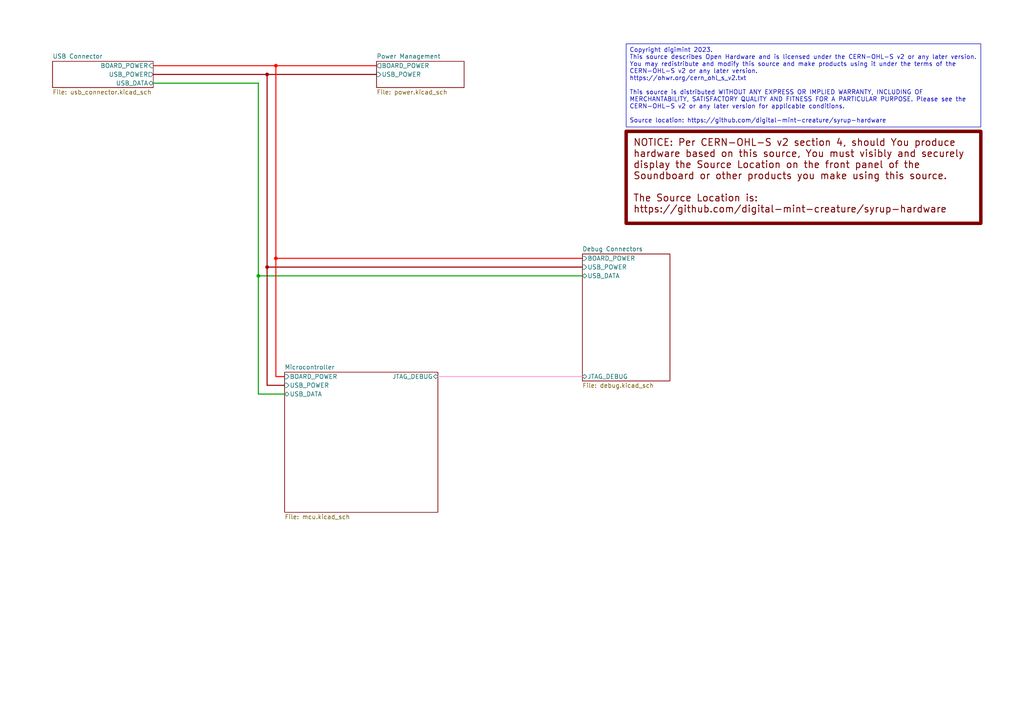
<source format=kicad_sch>
(kicad_sch (version 20230121) (generator eeschema)
  (paper "A4")
  (title_block (title "Syrup Hardware Soundboard: Top Level") (date "2023-12-21") (rev "0.1.0") (company "https://twitch.tv/digimint") (comment 1 "Source Location: https://github.com/digital-mint-creature/syrup-hardware") (comment 3 "Licensed under CERN-OHL- v2 or any later version") (comment 4 "Copyright digimint 2023"))
  (lib_symbols)
  (junction (at 74.93 80.01) (color 0 165 0 1))
  (junction (at 77.47 21.59) (color 157 0 0 1))
  (junction (at 80.01 19.05) (color 255 9 0 1))
  (junction (at 77.47 77.47) (color 157 0 0 1))
  (junction (at 80.01 74.93) (color 255 9 0 1))
  (bus (pts (xy 80.01 109.22) (xy 82.55 109.22)) (stroke (width 0) (color 255 9 0 1)))
  (bus (pts (xy 44.45 21.59) (xy 77.47 21.59)) (stroke (width 0) (color 157 0 0 1)))
  (bus (pts (xy 74.93 24.13) (xy 74.93 80.01)) (stroke (width 0) (color 0 165 0 1)))
  (bus (pts (xy 74.93 80.01) (xy 168.91 80.01)) (stroke (width 0) (color 0 165 0 1)))
  (bus (pts (xy 80.01 19.05) (xy 109.22 19.05)) (stroke (width 0) (color 255 9 0 1)))
  (bus (pts (xy 77.47 21.59) (xy 77.47 77.47)) (stroke (width 0) (color 157 0 0 1)))
  (bus (pts (xy 77.47 77.47) (xy 168.91 77.47)) (stroke (width 0) (color 157 0 0 1)))
  (bus (pts (xy 74.93 114.3) (xy 82.55 114.3)) (stroke (width 0) (color 0 165 0 1)))
  (bus (pts (xy 77.47 77.47) (xy 77.47 111.76)) (stroke (width 0) (color 157 0 0 1)))
  (bus (pts (xy 80.01 74.93) (xy 80.01 109.22)) (stroke (width 0) (color 255 9 0 1)))
  (bus (pts (xy 127 109.22) (xy 168.91 109.22)) (stroke (width 0) (color 255 167 215 1)))
  (bus (pts (xy 77.47 111.76) (xy 82.55 111.76)) (stroke (width 0) (color 157 0 0 1)))
  (bus (pts (xy 44.45 24.13) (xy 74.93 24.13)) (stroke (width 0) (color 0 165 0 1)))
  (bus (pts (xy 80.01 74.93) (xy 168.91 74.93)) (stroke (width 0) (color 255 9 0 1)))
  (bus (pts (xy 74.93 80.01) (xy 74.93 114.3)) (stroke (width 0) (color 0 165 0 1)))
  (bus (pts (xy 80.01 19.05) (xy 80.01 74.93)) (stroke (width 0) (color 255 9 0 1)))
  (bus (pts (xy 44.45 19.05) (xy 80.01 19.05)) (stroke (width 0) (color 255 9 0 1)))
  (bus (pts (xy 77.47 21.59) (xy 109.22 21.59)) (stroke (width 0) (color 157 0 0 1)))
  (text_box "NOTICE: Per CERN-OHL-S v2 section 4, should You produce hardware based on this source, You must visibly and securely display the Source Location on the front panel of the Soundboard or other products you make using this source.\n\nThe Source Location is:\nhttps://github.com/digital-mint-creature/syrup-hardware" (at 181.61 38.1 0) (size 102.87 26.67) (stroke (width 1) (color 122 0 0 1)) (effects (font (size 2 2) (thickness 0.254) bold) (justify left top)))
  (text_box "Copyright digimint 2023.\nThis source describes Open Hardware and is licensed under the CERN-OHL-S v2 or any later version.\nYou may redistribute and modify this source and make products using it under the terms of the CERN-OHL-S v2 or any later version.\nhttps://ohwr.org/cern_ohl_s_v2.txt\n\nThis source is distributed WITHOUT ANY EXPRESS OR IMPLIED WARRANTY, INCLUDING OF MERCHANTABILITY, SATISFACTORY QUALITY AND FITNESS FOR A PARTICULAR PURPOSE. Please see the CERN-OHL-S v2 or any later version for applicable conditions.\n\nSource location: https://github.com/digital-mint-creature/syrup-hardware" (at 181.61 12.7 0) (size 102.87 24.13) (effects (font (size 1.27 1.27)) (justify left top)))
  (sheet (at 15.24 17.78) (size 29.21 7.62) (stroke (width 0.1524))
    (property "Sheetname" "USB Connector" (at 15.24 17.0684 0) (effects (justify left bottom)))
    (property "Sheetfile" "usb_connector.kicad_sch" (at 15.24 25.9846 0) (effects (justify left top)))
    (pin "USB_DATA" bidirectional (at 44.45 24.13 0))
    (pin "USB_POWER" output (at 44.45 21.59 0))
    (pin "BOARD_POWER" input (at 44.45 19.05 0))
  )
  (sheet (at 109.22 17.78) (size 25.4 7.62) (stroke (width 0.1524))
    (property "Sheetname" "Power Management" (at 109.22 17.0684 0) (effects (justify left bottom)))
    (property "Sheetfile" "power.kicad_sch" (at 109.22 25.9846 0) (effects (justify left top)))
    (pin "BOARD_POWER" output (at 109.22 19.05 180))
    (pin "USB_POWER" input (at 109.22 21.59 180))
  )
  (sheet (at 82.55 107.95) (size 44.45 40.64) (stroke (width 0.1524))
    (property "Sheetname" "Microcontroller" (at 82.55 107.2384 0) (effects (justify left bottom)))
    (property "Sheetfile" "mcu.kicad_sch" (at 82.55 149.1746 0) (effects (justify left top)))
    (pin "JTAG_DEBUG" bidirectional (at 127 109.22 0))
    (pin "USB_DATA" bidirectional (at 82.55 114.3 180))
    (pin "USB_POWER" input (at 82.55 111.76 180))
    (pin "BOARD_POWER" input (at 82.55 109.22 180))
  )
  (sheet (at 168.91 73.66) (size 25.4 36.83) (stroke (width 0.1524))
    (property "Sheetname" "Debug Connectors" (at 168.91 72.9484 0) (effects (justify left bottom)))
    (property "Sheetfile" "debug.kicad_sch" (at 168.91 111.0746 0) (effects (justify left top)))
    (pin "USB_DATA" bidirectional (at 168.91 80.01 180))
    (pin "USB_POWER" input (at 168.91 77.47 180))
    (pin "JTAG_DEBUG" bidirectional (at 168.91 109.22 180))
    (pin "BOARD_POWER" input (at 168.91 74.93 180))
  )
)
</source>
